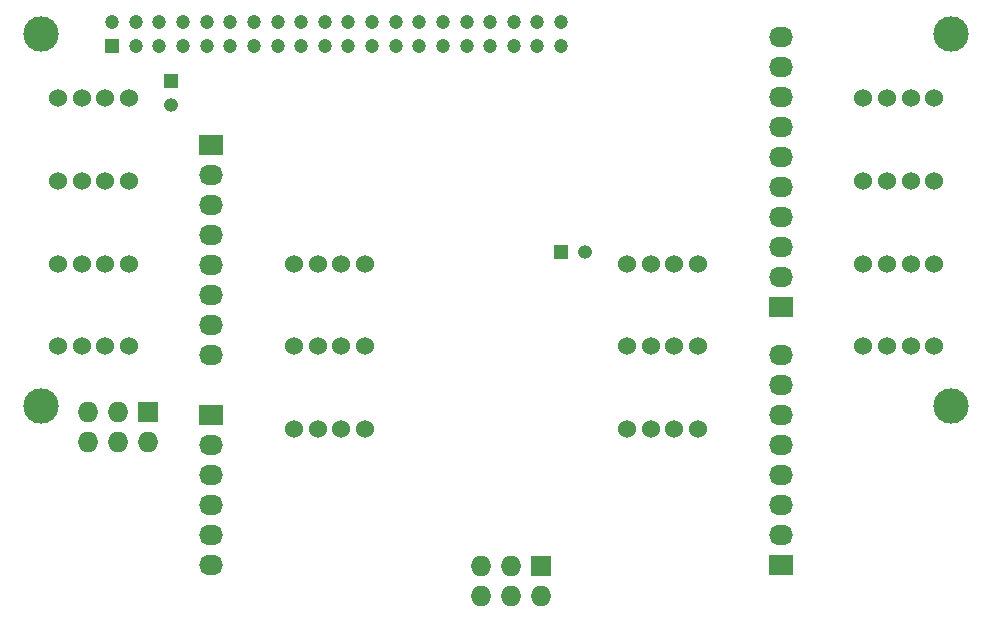
<source format=gbs>
G04 #@! TF.FileFunction,Soldermask,Bot*
%FSLAX46Y46*%
G04 Gerber Fmt 4.6, Leading zero omitted, Abs format (unit mm)*
G04 Created by KiCad (PCBNEW 4.0.1-2.201512121406+6195~38~ubuntu15.04.1-stable) date Tue 15 Dec 2015 02:37:47 GMT*
%MOMM*%
G01*
G04 APERTURE LIST*
%ADD10C,0.100000*%
%ADD11C,1.524000*%
%ADD12C,3.000000*%
%ADD13R,2.032000X1.727200*%
%ADD14O,2.032000X1.727200*%
%ADD15R,1.727200X1.727200*%
%ADD16O,1.727200X1.727200*%
%ADD17R,1.200000X1.200000*%
%ADD18O,1.200000X1.200000*%
%ADD19C,1.200000*%
G04 APERTURE END LIST*
D10*
D11*
X179600000Y-80460000D03*
X177600000Y-80460000D03*
X175600000Y-80460000D03*
X173600000Y-80460000D03*
X179600000Y-66460000D03*
X177600000Y-66460000D03*
X175600000Y-66460000D03*
X173600000Y-66460000D03*
X179600000Y-59460000D03*
X177600000Y-59460000D03*
X175600000Y-59460000D03*
X173600000Y-59460000D03*
X131400000Y-87460000D03*
X129400000Y-87460000D03*
X127400000Y-87460000D03*
X125400000Y-87460000D03*
X111400000Y-66460000D03*
X109400000Y-66460000D03*
X107400000Y-66460000D03*
X105400000Y-66460000D03*
X179600000Y-73460000D03*
X177600000Y-73460000D03*
X175600000Y-73460000D03*
X173600000Y-73460000D03*
X111400000Y-80460000D03*
X109400000Y-80460000D03*
X107400000Y-80460000D03*
X105400000Y-80460000D03*
X111400000Y-73460000D03*
X109400000Y-73460000D03*
X107400000Y-73460000D03*
X105400000Y-73460000D03*
X159600000Y-87460000D03*
X157600000Y-87460000D03*
X155600000Y-87460000D03*
X153600000Y-87460000D03*
X131400000Y-80460000D03*
X129400000Y-80460000D03*
X127400000Y-80460000D03*
X125400000Y-80460000D03*
D12*
X181000000Y-85500000D03*
X104000000Y-85500000D03*
X181000000Y-54000000D03*
D13*
X118370000Y-63360000D03*
D14*
X118370000Y-65900000D03*
X118370000Y-68440000D03*
X118370000Y-70980000D03*
X118370000Y-73520000D03*
X118370000Y-76060000D03*
X118370000Y-78600000D03*
X118370000Y-81140000D03*
D13*
X118370000Y-86220000D03*
D14*
X118370000Y-88760000D03*
X118370000Y-91300000D03*
X118370000Y-93840000D03*
X118370000Y-96380000D03*
X118370000Y-98920000D03*
D15*
X146310000Y-99047000D03*
D16*
X146310000Y-101587000D03*
X143770000Y-99047000D03*
X143770000Y-101587000D03*
X141230000Y-99047000D03*
X141230000Y-101587000D03*
D13*
X166630000Y-77076000D03*
D14*
X166630000Y-74536000D03*
X166630000Y-71996000D03*
X166630000Y-69456000D03*
X166630000Y-66916000D03*
X166630000Y-64376000D03*
X166630000Y-61836000D03*
X166630000Y-59296000D03*
X166630000Y-56756000D03*
X166630000Y-54216000D03*
D13*
X166630000Y-98920000D03*
D14*
X166630000Y-96380000D03*
X166630000Y-93840000D03*
X166630000Y-91300000D03*
X166630000Y-88760000D03*
X166630000Y-86220000D03*
X166630000Y-83680000D03*
X166630000Y-81140000D03*
D12*
X104000000Y-54000000D03*
D15*
X113000000Y-86000000D03*
D16*
X113000000Y-88540000D03*
X110460000Y-86000000D03*
X110460000Y-88540000D03*
X107920000Y-86000000D03*
X107920000Y-88540000D03*
D11*
X111400000Y-59460000D03*
X109400000Y-59460000D03*
X107400000Y-59460000D03*
X105400000Y-59460000D03*
X159600000Y-80460000D03*
X157600000Y-80460000D03*
X155600000Y-80460000D03*
X153600000Y-80460000D03*
X159600000Y-73460000D03*
X157600000Y-73460000D03*
X155600000Y-73460000D03*
X153600000Y-73460000D03*
X131400000Y-73460000D03*
X129400000Y-73460000D03*
X127400000Y-73460000D03*
X125400000Y-73460000D03*
D17*
X147990000Y-72500000D03*
D18*
X149990000Y-72500000D03*
D17*
X115000000Y-58000000D03*
D18*
X115000000Y-60000000D03*
D17*
X110000000Y-55000000D03*
D19*
X110000000Y-53000000D03*
X120000000Y-55000000D03*
X112000000Y-53000000D03*
X122000000Y-55000000D03*
X114000000Y-53000000D03*
X124000000Y-55000000D03*
X116000000Y-53000000D03*
X126000000Y-55000000D03*
X118000000Y-53000000D03*
X128000000Y-55000000D03*
X120000000Y-53000000D03*
X130000000Y-55000000D03*
X122000000Y-53000000D03*
X132000000Y-55000000D03*
X124000000Y-53000000D03*
X134000000Y-55000000D03*
X126000000Y-53000000D03*
X136000000Y-55000000D03*
X128000000Y-53000000D03*
X138000000Y-55000000D03*
X130000000Y-53000000D03*
X140000000Y-55000000D03*
X132000000Y-53000000D03*
X134000000Y-53000000D03*
X142000000Y-55000000D03*
X136000000Y-53000000D03*
X140000000Y-53000000D03*
X142000000Y-53000000D03*
X144000000Y-53000000D03*
X146000000Y-53000000D03*
X144000000Y-55000000D03*
X146000000Y-55000000D03*
X112000000Y-55000000D03*
X114000000Y-55000000D03*
X116000000Y-55000000D03*
X118000000Y-55000000D03*
X148000000Y-55000000D03*
X148000000Y-53000000D03*
X138000000Y-53000000D03*
M02*

</source>
